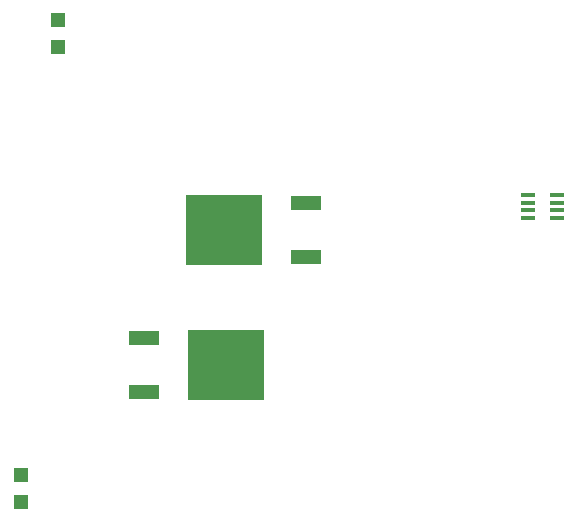
<source format=gbp>
G04*
G04 #@! TF.GenerationSoftware,Altium Limited,Altium Designer,20.2.8 (258)*
G04*
G04 Layer_Color=128*
%FSLAX25Y25*%
%MOIN*%
G70*
G04*
G04 #@! TF.SameCoordinates,527F6DBC-4CBC-4D53-8A28-EBD6D6C4F68D*
G04*
G04*
G04 #@! TF.FilePolarity,Positive*
G04*
G01*
G75*
%ADD21O,0.04811X0.01433*%
%ADD30R,0.09843X0.04724*%
%ADD31R,0.25591X0.23622*%
%ADD73R,0.05000X0.05000*%
D21*
X294768Y123539D02*
D03*
X294769Y120980D02*
D03*
X294769Y118421D02*
D03*
X294768Y115861D02*
D03*
X285232Y123539D02*
D03*
X285232Y120980D02*
D03*
Y118421D02*
D03*
X285232Y115861D02*
D03*
D30*
X157069Y75750D02*
D03*
X157069Y57750D02*
D03*
X211181Y103000D02*
D03*
X211181Y121000D02*
D03*
D31*
X184431Y66750D02*
D03*
X183819Y112000D02*
D03*
D73*
X116300Y30200D02*
D03*
Y21200D02*
D03*
X128500Y172900D02*
D03*
Y181900D02*
D03*
M02*

</source>
